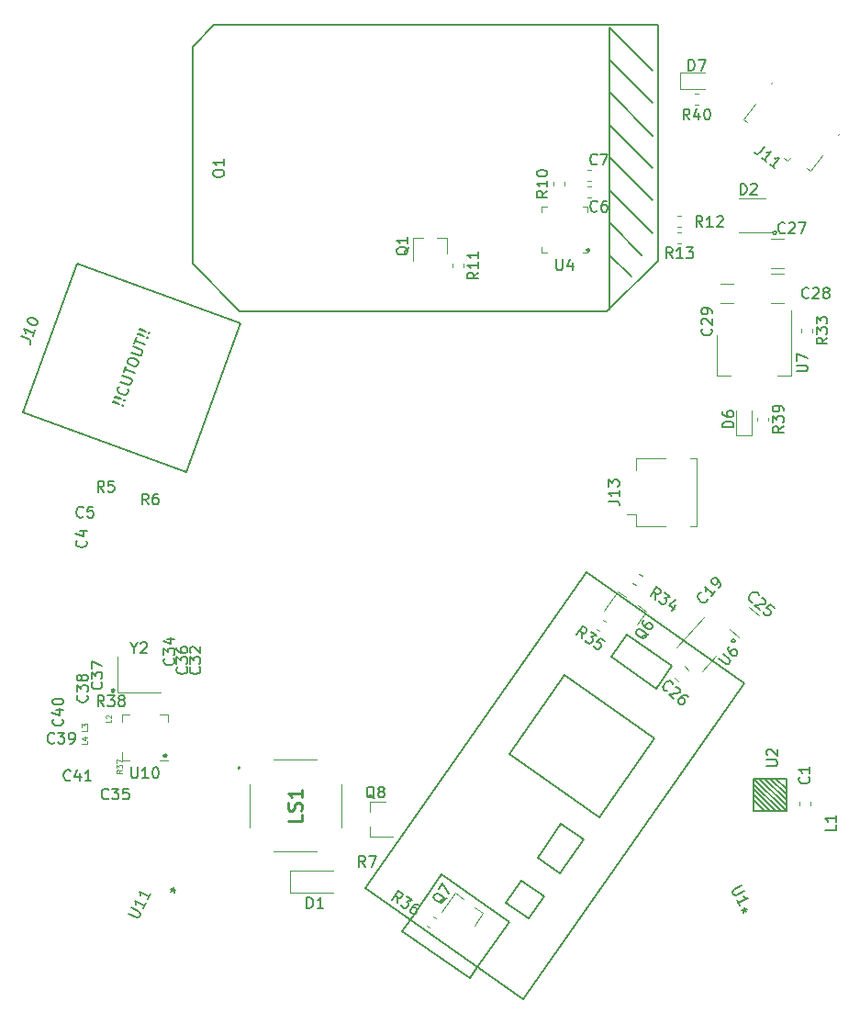
<source format=gto>
G04 #@! TF.GenerationSoftware,KiCad,Pcbnew,6.0.0-unknown-9810725~86~ubuntu18.04.1*
G04 #@! TF.CreationDate,2019-07-01T13:01:53-06:00*
G04 #@! TF.ProjectId,main_board_onion,6d61696e-5f62-46f6-9172-645f6f6e696f,rev?*
G04 #@! TF.SameCoordinates,Original*
G04 #@! TF.FileFunction,Legend,Top*
G04 #@! TF.FilePolarity,Positive*
%FSLAX46Y46*%
G04 Gerber Fmt 4.6, Leading zero omitted, Abs format (unit mm)*
G04 Created by KiCad (PCBNEW 6.0.0-unknown-9810725~86~ubuntu18.04.1) date 2019-07-01 13:01:53*
%MOMM*%
%LPD*%
G04 APERTURE LIST*
%ADD10C,0.150000*%
%ADD11C,0.120000*%
%ADD12C,0.100000*%
%ADD13C,0.200000*%
%ADD14C,0.254000*%
%ADD15C,0.125000*%
G04 APERTURE END LIST*
D10*
X163600000Y-68252380D02*
X163695238Y-68300000D01*
X163742857Y-68395238D01*
X163695238Y-68490476D01*
X163600000Y-68538095D01*
X163504761Y-68490476D01*
X163457142Y-68395238D01*
X163504761Y-68300000D01*
X163600000Y-68252380D01*
X180800000Y-66652380D02*
X180895238Y-66700000D01*
X180942857Y-66795238D01*
X180895238Y-66890476D01*
X180800000Y-66938095D01*
X180704761Y-66890476D01*
X180657142Y-66795238D01*
X180704761Y-66700000D01*
X180800000Y-66652380D01*
X177000000Y-104252380D02*
X177095238Y-104300000D01*
X177142857Y-104395238D01*
X177095238Y-104490476D01*
X177000000Y-104538095D01*
X176904761Y-104490476D01*
X176857142Y-104395238D01*
X176904761Y-104300000D01*
X177000000Y-104252380D01*
X119800000Y-108852380D02*
X119895238Y-108900000D01*
X119942857Y-108995238D01*
X119895238Y-109090476D01*
X119800000Y-109138095D01*
X119704761Y-109090476D01*
X119657142Y-108995238D01*
X119704761Y-108900000D01*
X119800000Y-108852380D01*
X124600000Y-114852380D02*
X124695238Y-114900000D01*
X124742857Y-114995238D01*
X124695238Y-115090476D01*
X124600000Y-115138095D01*
X124504761Y-115090476D01*
X124457142Y-114995238D01*
X124504761Y-114900000D01*
X124600000Y-114852380D01*
X153422780Y-134499850D02*
X152694338Y-135540173D01*
X152694338Y-135540173D02*
X146452400Y-131169520D01*
X146452400Y-131169520D02*
X147180842Y-130129197D01*
X161019082Y-125865384D02*
X163204408Y-122744414D01*
X163204408Y-122744414D02*
X161123762Y-121287530D01*
X161123762Y-121287530D02*
X158938436Y-124408500D01*
X158938436Y-124408500D02*
X161019082Y-125865384D01*
X156336549Y-130338557D02*
X150094610Y-125967905D01*
X150094610Y-125967905D02*
X147180842Y-130129197D01*
X156336549Y-130338557D02*
X153422780Y-134499850D01*
X158105314Y-130026676D02*
X159562198Y-127946030D01*
X159562198Y-127946030D02*
X157481552Y-126489146D01*
X157481552Y-126489146D02*
X156024668Y-128569792D01*
X156024668Y-128569792D02*
X158105314Y-130026676D01*
X167160659Y-103809239D02*
X171321951Y-106723007D01*
X171321951Y-106723007D02*
X169865067Y-108803653D01*
X169865067Y-108803653D02*
X165703775Y-105889885D01*
X165703775Y-105889885D02*
X167160659Y-103809239D01*
X169760387Y-113381507D02*
X161437802Y-107553970D01*
X156338708Y-114836232D02*
X164661292Y-120663768D01*
X161437802Y-107553970D02*
X156338708Y-114836232D01*
X169760387Y-113381507D02*
X164661292Y-120663768D01*
X143019549Y-127215429D02*
X163415927Y-98086382D01*
X163415927Y-98086382D02*
X177980451Y-108284571D01*
X177980451Y-108284571D02*
X157584073Y-137413618D01*
X157584073Y-137413618D02*
X143019549Y-127215429D01*
D11*
X143440000Y-119270000D02*
X143440000Y-120200000D01*
X143440000Y-122430000D02*
X143440000Y-121500000D01*
X143440000Y-122430000D02*
X145600000Y-122430000D01*
X143440000Y-119270000D02*
X144900000Y-119270000D01*
D12*
X138600000Y-115350000D02*
X134600000Y-115350000D01*
X132350000Y-117600000D02*
X132350000Y-121600000D01*
X140850000Y-117600000D02*
X140850000Y-121600000D01*
X138600000Y-123850000D02*
X134600000Y-123850000D01*
D13*
X131400000Y-116000000D02*
X131400000Y-116000000D01*
X131400000Y-116200000D02*
X131400000Y-116200000D01*
X131400000Y-116200000D02*
G75*
G02X131400000Y-116000000I0J100000D01*
G01*
X131400000Y-116000000D02*
G75*
G02X131400000Y-116200000I0J-100000D01*
G01*
D11*
X136150000Y-125600000D02*
X136150000Y-127600000D01*
X136150000Y-127600000D02*
X140050000Y-127600000D01*
X136150000Y-125600000D02*
X140050000Y-125600000D01*
X173585000Y-87603900D02*
X173035000Y-87603900D01*
X173585000Y-93823900D02*
X173585000Y-87603900D01*
X173035000Y-93823900D02*
X173585000Y-93823900D01*
X168015000Y-87603900D02*
X168015000Y-88653900D01*
X170715000Y-87603900D02*
X168015000Y-87603900D01*
X168015000Y-92773900D02*
X167225000Y-92773900D01*
X168015000Y-93823900D02*
X168015000Y-92773900D01*
X170715000Y-93823900D02*
X168015000Y-93823900D01*
D10*
X181900000Y-118100000D02*
X180900000Y-117100000D01*
X181900000Y-118600000D02*
X181900000Y-118100000D01*
X180400000Y-117100000D02*
X181900000Y-118600000D01*
X179900000Y-117100000D02*
X180400000Y-117100000D01*
X181900000Y-119100000D02*
X179900000Y-117100000D01*
X181900000Y-119600000D02*
X181900000Y-119100000D01*
X179400000Y-117100000D02*
X181900000Y-119600000D01*
X179900000Y-120100000D02*
X178900000Y-119100000D01*
X180400000Y-120100000D02*
X179900000Y-120100000D01*
X178900000Y-118600000D02*
X180400000Y-120100000D01*
X178900000Y-118100000D02*
X178900000Y-118600000D01*
X180900000Y-120100000D02*
X178900000Y-118100000D01*
X181400000Y-120100000D02*
X180900000Y-120100000D01*
X178900000Y-117600000D02*
X181400000Y-120100000D01*
X178900000Y-117100000D02*
X178900000Y-117600000D01*
X181900000Y-120100000D02*
X178900000Y-117100000D01*
X181900000Y-120100000D02*
X178900000Y-120100000D01*
X181900000Y-117100000D02*
X181900000Y-120100000D01*
X178900000Y-117100000D02*
X181900000Y-117100000D01*
X178900000Y-120100000D02*
X178900000Y-117100000D01*
D11*
X184110000Y-119224721D02*
X184110000Y-119550279D01*
X183090000Y-119224721D02*
X183090000Y-119550279D01*
X173775279Y-55010000D02*
X173449721Y-55010000D01*
X173775279Y-53990000D02*
X173449721Y-53990000D01*
X180260000Y-83824721D02*
X180260000Y-84150279D01*
X179240000Y-83824721D02*
X179240000Y-84150279D01*
X174400000Y-52065000D02*
X172115000Y-52065000D01*
X172115000Y-52065000D02*
X172115000Y-53535000D01*
X172115000Y-53535000D02*
X174400000Y-53535000D01*
X177265000Y-83187500D02*
X177265000Y-85472500D01*
X177265000Y-85472500D02*
X178735000Y-85472500D01*
X178735000Y-85472500D02*
X178735000Y-83187500D01*
X120200000Y-109200000D02*
X124200000Y-109200000D01*
X120200000Y-105900000D02*
X120200000Y-109200000D01*
X121315000Y-115410000D02*
X120590000Y-115410000D01*
X120590000Y-115410000D02*
X120590000Y-114685000D01*
X124085000Y-111190000D02*
X124810000Y-111190000D01*
X124810000Y-111190000D02*
X124810000Y-111915000D01*
X121315000Y-111190000D02*
X120590000Y-111190000D01*
X120590000Y-111190000D02*
X120590000Y-111915000D01*
X124085000Y-115410000D02*
X124810000Y-115410000D01*
X184116440Y-61092268D02*
X183759431Y-60818325D01*
X185242649Y-59624564D02*
X184116440Y-61092268D01*
X180606834Y-52853174D02*
X180454644Y-53051512D01*
X186794990Y-57601513D02*
X186642800Y-57799851D01*
X179054493Y-54876225D02*
X177928284Y-56343929D01*
X177928284Y-56343929D02*
X178285293Y-56617871D01*
X182036244Y-60189337D02*
X181679235Y-59915394D01*
X182036244Y-60189337D02*
X182310187Y-59832328D01*
D10*
X116442021Y-69591238D02*
X131571073Y-75097762D01*
X111448527Y-83310750D02*
X116442021Y-69591238D01*
X126577579Y-88817274D02*
X111448527Y-83310750D01*
X131571073Y-75097762D02*
X126577579Y-88817274D01*
D11*
X175490000Y-79972500D02*
X176750000Y-79972500D01*
X182310000Y-79972500D02*
X181050000Y-79972500D01*
X175490000Y-76212500D02*
X175490000Y-79972500D01*
X182310000Y-73962500D02*
X182310000Y-79972500D01*
X175429281Y-105772370D02*
X174157933Y-107184345D01*
X174307703Y-102205795D02*
X171765007Y-105029745D01*
X163085000Y-68610000D02*
X163560000Y-68610000D01*
X159340000Y-64390000D02*
X159340000Y-64865000D01*
X159815000Y-64390000D02*
X159340000Y-64390000D01*
X163560000Y-64390000D02*
X163560000Y-64865000D01*
X163085000Y-64390000D02*
X163560000Y-64390000D01*
X159340000Y-68610000D02*
X159340000Y-68135000D01*
X159815000Y-68610000D02*
X159340000Y-68610000D01*
X148729053Y-130672710D02*
X148995735Y-130859443D01*
X149314101Y-129837175D02*
X149580783Y-130023908D01*
X164959183Y-102488866D02*
X165225865Y-102675599D01*
X164374135Y-103324401D02*
X164640817Y-103511134D01*
X167729053Y-99072710D02*
X167995735Y-99259443D01*
X168314101Y-98237175D02*
X168580783Y-98423908D01*
X184310000Y-75649721D02*
X184310000Y-75975279D01*
X183290000Y-75649721D02*
X183290000Y-75975279D01*
X153930178Y-129483695D02*
X153092757Y-130679657D01*
X151341658Y-127671194D02*
X150102733Y-129440562D01*
X151341658Y-127671194D02*
X152103469Y-128204620D01*
X153930178Y-129483695D02*
X153168367Y-128950269D01*
X168930178Y-101683695D02*
X168092757Y-102879657D01*
X166341658Y-99871194D02*
X165102733Y-101640562D01*
X166341658Y-99871194D02*
X167103469Y-100404620D01*
X168930178Y-101683695D02*
X168168367Y-101150269D01*
X150580000Y-67240000D02*
X150580000Y-68700000D01*
X147420000Y-67240000D02*
X147420000Y-69400000D01*
X147420000Y-67240000D02*
X148350000Y-67240000D01*
X150580000Y-67240000D02*
X149650000Y-67240000D01*
X179950000Y-63650000D02*
X177550000Y-63650000D01*
X177550000Y-66750000D02*
X180500000Y-66750000D01*
X177002064Y-73310000D02*
X175797936Y-73310000D01*
X177002064Y-71490000D02*
X175797936Y-71490000D01*
X180447936Y-70590000D02*
X181652064Y-70590000D01*
X180447936Y-73310000D02*
X181652064Y-73310000D01*
X180447936Y-67340000D02*
X181652064Y-67340000D01*
X180447936Y-70060000D02*
X181652064Y-70060000D01*
X171934953Y-108156613D02*
X171550631Y-107810568D01*
X172885119Y-107101348D02*
X172500797Y-106755303D01*
X176629463Y-103300548D02*
X177524304Y-104106266D01*
X178449498Y-101279194D02*
X179344339Y-102084912D01*
X163574721Y-62490000D02*
X163900279Y-62490000D01*
X163574721Y-63510000D02*
X163900279Y-63510000D01*
X163574721Y-62010000D02*
X163900279Y-62010000D01*
X163574721Y-60990000D02*
X163900279Y-60990000D01*
D10*
X165574000Y-68833000D02*
X167574000Y-70833000D01*
X165574000Y-65833000D02*
X168574000Y-68833000D01*
X165574000Y-66833000D02*
X165574000Y-65833000D01*
X165574000Y-62833000D02*
X169574000Y-66833000D01*
X165574000Y-59833000D02*
X169574000Y-63833000D01*
X165574000Y-56833000D02*
X169574000Y-60833000D01*
X165574000Y-53833000D02*
X169574000Y-57833000D01*
X165574000Y-50833000D02*
X169574000Y-54833000D01*
X165574000Y-47833000D02*
X169574000Y-51833000D01*
X165574000Y-73833000D02*
X165574000Y-47833000D01*
X129104000Y-47633000D02*
X170024000Y-47633000D01*
X127124000Y-49613000D02*
X129104000Y-47633000D01*
X127124000Y-69613000D02*
X127124000Y-49613000D01*
X131424000Y-74033000D02*
X127124000Y-69613000D01*
X165354000Y-74033000D02*
X131424000Y-74033000D01*
X170024000Y-69363000D02*
X165354000Y-74033000D01*
X170024000Y-47633000D02*
X170024000Y-69363000D01*
D11*
X160440000Y-62124721D02*
X160440000Y-62450279D01*
X161460000Y-62124721D02*
X161460000Y-62450279D01*
X151090000Y-69649721D02*
X151090000Y-69975279D01*
X152110000Y-69649721D02*
X152110000Y-69975279D01*
X172162779Y-66260000D02*
X171837221Y-66260000D01*
X172162779Y-65240000D02*
X171837221Y-65240000D01*
X172200279Y-67760000D02*
X171874721Y-67760000D01*
X172200279Y-66740000D02*
X171874721Y-66740000D01*
D10*
X143033333Y-125252380D02*
X142700000Y-124776190D01*
X142461904Y-125252380D02*
X142461904Y-124252380D01*
X142842857Y-124252380D01*
X142938095Y-124300000D01*
X142985714Y-124347619D01*
X143033333Y-124442857D01*
X143033333Y-124585714D01*
X142985714Y-124680952D01*
X142938095Y-124728571D01*
X142842857Y-124776190D01*
X142461904Y-124776190D01*
X143366666Y-124252380D02*
X144033333Y-124252380D01*
X143604761Y-125252380D01*
X125357142Y-106042857D02*
X125404761Y-106090476D01*
X125452380Y-106233333D01*
X125452380Y-106328571D01*
X125404761Y-106471428D01*
X125309523Y-106566666D01*
X125214285Y-106614285D01*
X125023809Y-106661904D01*
X124880952Y-106661904D01*
X124690476Y-106614285D01*
X124595238Y-106566666D01*
X124500000Y-106471428D01*
X124452380Y-106328571D01*
X124452380Y-106233333D01*
X124500000Y-106090476D01*
X124547619Y-106042857D01*
X124452380Y-105709523D02*
X124452380Y-105090476D01*
X124833333Y-105423809D01*
X124833333Y-105280952D01*
X124880952Y-105185714D01*
X124928571Y-105138095D01*
X125023809Y-105090476D01*
X125261904Y-105090476D01*
X125357142Y-105138095D01*
X125404761Y-105185714D01*
X125452380Y-105280952D01*
X125452380Y-105566666D01*
X125404761Y-105661904D01*
X125357142Y-105709523D01*
X124785714Y-104233333D02*
X125452380Y-104233333D01*
X124404761Y-104471428D02*
X125119047Y-104709523D01*
X125119047Y-104090476D01*
X127757142Y-106842857D02*
X127804761Y-106890476D01*
X127852380Y-107033333D01*
X127852380Y-107128571D01*
X127804761Y-107271428D01*
X127709523Y-107366666D01*
X127614285Y-107414285D01*
X127423809Y-107461904D01*
X127280952Y-107461904D01*
X127090476Y-107414285D01*
X126995238Y-107366666D01*
X126900000Y-107271428D01*
X126852380Y-107128571D01*
X126852380Y-107033333D01*
X126900000Y-106890476D01*
X126947619Y-106842857D01*
X126852380Y-106509523D02*
X126852380Y-105890476D01*
X127233333Y-106223809D01*
X127233333Y-106080952D01*
X127280952Y-105985714D01*
X127328571Y-105938095D01*
X127423809Y-105890476D01*
X127661904Y-105890476D01*
X127757142Y-105938095D01*
X127804761Y-105985714D01*
X127852380Y-106080952D01*
X127852380Y-106366666D01*
X127804761Y-106461904D01*
X127757142Y-106509523D01*
X126947619Y-105509523D02*
X126900000Y-105461904D01*
X126852380Y-105366666D01*
X126852380Y-105128571D01*
X126900000Y-105033333D01*
X126947619Y-104985714D01*
X127042857Y-104938095D01*
X127138095Y-104938095D01*
X127280952Y-104985714D01*
X127852380Y-105557142D01*
X127852380Y-104938095D01*
X115857142Y-117227142D02*
X115809523Y-117274761D01*
X115666666Y-117322380D01*
X115571428Y-117322380D01*
X115428571Y-117274761D01*
X115333333Y-117179523D01*
X115285714Y-117084285D01*
X115238095Y-116893809D01*
X115238095Y-116750952D01*
X115285714Y-116560476D01*
X115333333Y-116465238D01*
X115428571Y-116370000D01*
X115571428Y-116322380D01*
X115666666Y-116322380D01*
X115809523Y-116370000D01*
X115857142Y-116417619D01*
X116714285Y-116655714D02*
X116714285Y-117322380D01*
X116476190Y-116274761D02*
X116238095Y-116989047D01*
X116857142Y-116989047D01*
X117761904Y-117322380D02*
X117190476Y-117322380D01*
X117476190Y-117322380D02*
X117476190Y-116322380D01*
X117380952Y-116465238D01*
X117285714Y-116560476D01*
X117190476Y-116608095D01*
X115087142Y-111642857D02*
X115134761Y-111690476D01*
X115182380Y-111833333D01*
X115182380Y-111928571D01*
X115134761Y-112071428D01*
X115039523Y-112166666D01*
X114944285Y-112214285D01*
X114753809Y-112261904D01*
X114610952Y-112261904D01*
X114420476Y-112214285D01*
X114325238Y-112166666D01*
X114230000Y-112071428D01*
X114182380Y-111928571D01*
X114182380Y-111833333D01*
X114230000Y-111690476D01*
X114277619Y-111642857D01*
X114515714Y-110785714D02*
X115182380Y-110785714D01*
X114134761Y-111023809D02*
X114849047Y-111261904D01*
X114849047Y-110642857D01*
X114182380Y-110071428D02*
X114182380Y-109976190D01*
X114230000Y-109880952D01*
X114277619Y-109833333D01*
X114372857Y-109785714D01*
X114563333Y-109738095D01*
X114801428Y-109738095D01*
X114991904Y-109785714D01*
X115087142Y-109833333D01*
X115134761Y-109880952D01*
X115182380Y-109976190D01*
X115182380Y-110071428D01*
X115134761Y-110166666D01*
X115087142Y-110214285D01*
X114991904Y-110261904D01*
X114801428Y-110309523D01*
X114563333Y-110309523D01*
X114372857Y-110261904D01*
X114277619Y-110214285D01*
X114230000Y-110166666D01*
X114182380Y-110071428D01*
X114357142Y-113787142D02*
X114309523Y-113834761D01*
X114166666Y-113882380D01*
X114071428Y-113882380D01*
X113928571Y-113834761D01*
X113833333Y-113739523D01*
X113785714Y-113644285D01*
X113738095Y-113453809D01*
X113738095Y-113310952D01*
X113785714Y-113120476D01*
X113833333Y-113025238D01*
X113928571Y-112930000D01*
X114071428Y-112882380D01*
X114166666Y-112882380D01*
X114309523Y-112930000D01*
X114357142Y-112977619D01*
X114690476Y-112882380D02*
X115309523Y-112882380D01*
X114976190Y-113263333D01*
X115119047Y-113263333D01*
X115214285Y-113310952D01*
X115261904Y-113358571D01*
X115309523Y-113453809D01*
X115309523Y-113691904D01*
X115261904Y-113787142D01*
X115214285Y-113834761D01*
X115119047Y-113882380D01*
X114833333Y-113882380D01*
X114738095Y-113834761D01*
X114690476Y-113787142D01*
X115785714Y-113882380D02*
X115976190Y-113882380D01*
X116071428Y-113834761D01*
X116119047Y-113787142D01*
X116214285Y-113644285D01*
X116261904Y-113453809D01*
X116261904Y-113072857D01*
X116214285Y-112977619D01*
X116166666Y-112930000D01*
X116071428Y-112882380D01*
X115880952Y-112882380D01*
X115785714Y-112930000D01*
X115738095Y-112977619D01*
X115690476Y-113072857D01*
X115690476Y-113310952D01*
X115738095Y-113406190D01*
X115785714Y-113453809D01*
X115880952Y-113501428D01*
X116071428Y-113501428D01*
X116166666Y-113453809D01*
X116214285Y-113406190D01*
X116261904Y-113310952D01*
X117357142Y-109442857D02*
X117404761Y-109490476D01*
X117452380Y-109633333D01*
X117452380Y-109728571D01*
X117404761Y-109871428D01*
X117309523Y-109966666D01*
X117214285Y-110014285D01*
X117023809Y-110061904D01*
X116880952Y-110061904D01*
X116690476Y-110014285D01*
X116595238Y-109966666D01*
X116500000Y-109871428D01*
X116452380Y-109728571D01*
X116452380Y-109633333D01*
X116500000Y-109490476D01*
X116547619Y-109442857D01*
X116452380Y-109109523D02*
X116452380Y-108490476D01*
X116833333Y-108823809D01*
X116833333Y-108680952D01*
X116880952Y-108585714D01*
X116928571Y-108538095D01*
X117023809Y-108490476D01*
X117261904Y-108490476D01*
X117357142Y-108538095D01*
X117404761Y-108585714D01*
X117452380Y-108680952D01*
X117452380Y-108966666D01*
X117404761Y-109061904D01*
X117357142Y-109109523D01*
X116880952Y-107919047D02*
X116833333Y-108014285D01*
X116785714Y-108061904D01*
X116690476Y-108109523D01*
X116642857Y-108109523D01*
X116547619Y-108061904D01*
X116500000Y-108014285D01*
X116452380Y-107919047D01*
X116452380Y-107728571D01*
X116500000Y-107633333D01*
X116547619Y-107585714D01*
X116642857Y-107538095D01*
X116690476Y-107538095D01*
X116785714Y-107585714D01*
X116833333Y-107633333D01*
X116880952Y-107728571D01*
X116880952Y-107919047D01*
X116928571Y-108014285D01*
X116976190Y-108061904D01*
X117071428Y-108109523D01*
X117261904Y-108109523D01*
X117357142Y-108061904D01*
X117404761Y-108014285D01*
X117452380Y-107919047D01*
X117452380Y-107728571D01*
X117404761Y-107633333D01*
X117357142Y-107585714D01*
X117261904Y-107538095D01*
X117071428Y-107538095D01*
X116976190Y-107585714D01*
X116928571Y-107633333D01*
X116880952Y-107728571D01*
X118687142Y-108227857D02*
X118734761Y-108275476D01*
X118782380Y-108418333D01*
X118782380Y-108513571D01*
X118734761Y-108656428D01*
X118639523Y-108751666D01*
X118544285Y-108799285D01*
X118353809Y-108846904D01*
X118210952Y-108846904D01*
X118020476Y-108799285D01*
X117925238Y-108751666D01*
X117830000Y-108656428D01*
X117782380Y-108513571D01*
X117782380Y-108418333D01*
X117830000Y-108275476D01*
X117877619Y-108227857D01*
X117782380Y-107894523D02*
X117782380Y-107275476D01*
X118163333Y-107608809D01*
X118163333Y-107465952D01*
X118210952Y-107370714D01*
X118258571Y-107323095D01*
X118353809Y-107275476D01*
X118591904Y-107275476D01*
X118687142Y-107323095D01*
X118734761Y-107370714D01*
X118782380Y-107465952D01*
X118782380Y-107751666D01*
X118734761Y-107846904D01*
X118687142Y-107894523D01*
X117782380Y-106942142D02*
X117782380Y-106275476D01*
X118782380Y-106704047D01*
X126557142Y-106842857D02*
X126604761Y-106890476D01*
X126652380Y-107033333D01*
X126652380Y-107128571D01*
X126604761Y-107271428D01*
X126509523Y-107366666D01*
X126414285Y-107414285D01*
X126223809Y-107461904D01*
X126080952Y-107461904D01*
X125890476Y-107414285D01*
X125795238Y-107366666D01*
X125700000Y-107271428D01*
X125652380Y-107128571D01*
X125652380Y-107033333D01*
X125700000Y-106890476D01*
X125747619Y-106842857D01*
X125652380Y-106509523D02*
X125652380Y-105890476D01*
X126033333Y-106223809D01*
X126033333Y-106080952D01*
X126080952Y-105985714D01*
X126128571Y-105938095D01*
X126223809Y-105890476D01*
X126461904Y-105890476D01*
X126557142Y-105938095D01*
X126604761Y-105985714D01*
X126652380Y-106080952D01*
X126652380Y-106366666D01*
X126604761Y-106461904D01*
X126557142Y-106509523D01*
X125652380Y-105033333D02*
X125652380Y-105223809D01*
X125700000Y-105319047D01*
X125747619Y-105366666D01*
X125890476Y-105461904D01*
X126080952Y-105509523D01*
X126461904Y-105509523D01*
X126557142Y-105461904D01*
X126604761Y-105414285D01*
X126652380Y-105319047D01*
X126652380Y-105128571D01*
X126604761Y-105033333D01*
X126557142Y-104985714D01*
X126461904Y-104938095D01*
X126223809Y-104938095D01*
X126128571Y-104985714D01*
X126080952Y-105033333D01*
X126033333Y-105128571D01*
X126033333Y-105319047D01*
X126080952Y-105414285D01*
X126128571Y-105461904D01*
X126223809Y-105509523D01*
X119357142Y-118927142D02*
X119309523Y-118974761D01*
X119166666Y-119022380D01*
X119071428Y-119022380D01*
X118928571Y-118974761D01*
X118833333Y-118879523D01*
X118785714Y-118784285D01*
X118738095Y-118593809D01*
X118738095Y-118450952D01*
X118785714Y-118260476D01*
X118833333Y-118165238D01*
X118928571Y-118070000D01*
X119071428Y-118022380D01*
X119166666Y-118022380D01*
X119309523Y-118070000D01*
X119357142Y-118117619D01*
X119690476Y-118022380D02*
X120309523Y-118022380D01*
X119976190Y-118403333D01*
X120119047Y-118403333D01*
X120214285Y-118450952D01*
X120261904Y-118498571D01*
X120309523Y-118593809D01*
X120309523Y-118831904D01*
X120261904Y-118927142D01*
X120214285Y-118974761D01*
X120119047Y-119022380D01*
X119833333Y-119022380D01*
X119738095Y-118974761D01*
X119690476Y-118927142D01*
X121214285Y-118022380D02*
X120738095Y-118022380D01*
X120690476Y-118498571D01*
X120738095Y-118450952D01*
X120833333Y-118403333D01*
X121071428Y-118403333D01*
X121166666Y-118450952D01*
X121214285Y-118498571D01*
X121261904Y-118593809D01*
X121261904Y-118831904D01*
X121214285Y-118927142D01*
X121166666Y-118974761D01*
X121071428Y-119022380D01*
X120833333Y-119022380D01*
X120738095Y-118974761D01*
X120690476Y-118927142D01*
X174635253Y-100516711D02*
X174638777Y-100583962D01*
X174578575Y-100721989D01*
X174514849Y-100792764D01*
X174383871Y-100867065D01*
X174249368Y-100874114D01*
X174146729Y-100845775D01*
X173973314Y-100753709D01*
X173867151Y-100658119D01*
X173757463Y-100495278D01*
X173718550Y-100396163D01*
X173711501Y-100261661D01*
X173771704Y-100123634D01*
X173835430Y-100052858D01*
X173966408Y-99978558D01*
X174033660Y-99975034D01*
X175343296Y-99872680D02*
X174960936Y-100297335D01*
X175152116Y-100085008D02*
X174408971Y-99415877D01*
X174451408Y-99582243D01*
X174458457Y-99716745D01*
X174430118Y-99819384D01*
X175661930Y-99518802D02*
X175789383Y-99377251D01*
X175817722Y-99274611D01*
X175814197Y-99207360D01*
X175771761Y-99040994D01*
X175662073Y-98878153D01*
X175378970Y-98623246D01*
X175276331Y-98594907D01*
X175209079Y-98598432D01*
X175109965Y-98637344D01*
X174982511Y-98778896D01*
X174954173Y-98881535D01*
X174957697Y-98948786D01*
X174996609Y-99047900D01*
X175173549Y-99207217D01*
X175276188Y-99235556D01*
X175343439Y-99232032D01*
X175442553Y-99193119D01*
X175570007Y-99051568D01*
X175598346Y-98948929D01*
X175594821Y-98881678D01*
X175555909Y-98782563D01*
X143904761Y-118947619D02*
X143809523Y-118900000D01*
X143714285Y-118804761D01*
X143571428Y-118661904D01*
X143476190Y-118614285D01*
X143380952Y-118614285D01*
X143428571Y-118852380D02*
X143333333Y-118804761D01*
X143238095Y-118709523D01*
X143190476Y-118519047D01*
X143190476Y-118185714D01*
X143238095Y-117995238D01*
X143333333Y-117900000D01*
X143428571Y-117852380D01*
X143619047Y-117852380D01*
X143714285Y-117900000D01*
X143809523Y-117995238D01*
X143857142Y-118185714D01*
X143857142Y-118519047D01*
X143809523Y-118709523D01*
X143714285Y-118804761D01*
X143619047Y-118852380D01*
X143428571Y-118852380D01*
X144428571Y-118280952D02*
X144333333Y-118233333D01*
X144285714Y-118185714D01*
X144238095Y-118090476D01*
X144238095Y-118042857D01*
X144285714Y-117947619D01*
X144333333Y-117900000D01*
X144428571Y-117852380D01*
X144619047Y-117852380D01*
X144714285Y-117900000D01*
X144761904Y-117947619D01*
X144809523Y-118042857D01*
X144809523Y-118090476D01*
X144761904Y-118185714D01*
X144714285Y-118233333D01*
X144619047Y-118280952D01*
X144428571Y-118280952D01*
X144333333Y-118328571D01*
X144285714Y-118376190D01*
X144238095Y-118471428D01*
X144238095Y-118661904D01*
X144285714Y-118757142D01*
X144333333Y-118804761D01*
X144428571Y-118852380D01*
X144619047Y-118852380D01*
X144714285Y-118804761D01*
X144761904Y-118757142D01*
X144809523Y-118661904D01*
X144809523Y-118471428D01*
X144761904Y-118376190D01*
X144714285Y-118328571D01*
X144619047Y-118280952D01*
D14*
X137174523Y-120416428D02*
X137174523Y-121021190D01*
X135904523Y-121021190D01*
X137114047Y-120053571D02*
X137174523Y-119872142D01*
X137174523Y-119569761D01*
X137114047Y-119448809D01*
X137053571Y-119388333D01*
X136932619Y-119327857D01*
X136811666Y-119327857D01*
X136690714Y-119388333D01*
X136630238Y-119448809D01*
X136569761Y-119569761D01*
X136509285Y-119811666D01*
X136448809Y-119932619D01*
X136388333Y-119993095D01*
X136267380Y-120053571D01*
X136146428Y-120053571D01*
X136025476Y-119993095D01*
X135965000Y-119932619D01*
X135904523Y-119811666D01*
X135904523Y-119509285D01*
X135965000Y-119327857D01*
X137174523Y-118118333D02*
X137174523Y-118844047D01*
X137174523Y-118481190D02*
X135904523Y-118481190D01*
X136085952Y-118602142D01*
X136206904Y-118723095D01*
X136267380Y-118844047D01*
D10*
X137661904Y-129052380D02*
X137661904Y-128052380D01*
X137900000Y-128052380D01*
X138042857Y-128100000D01*
X138138095Y-128195238D01*
X138185714Y-128290476D01*
X138233333Y-128480952D01*
X138233333Y-128623809D01*
X138185714Y-128814285D01*
X138138095Y-128909523D01*
X138042857Y-129004761D01*
X137900000Y-129052380D01*
X137661904Y-129052380D01*
X139185714Y-129052380D02*
X138614285Y-129052380D01*
X138900000Y-129052380D02*
X138900000Y-128052380D01*
X138804761Y-128195238D01*
X138709523Y-128290476D01*
X138614285Y-128338095D01*
X165472380Y-91523423D02*
X166186666Y-91523423D01*
X166329523Y-91571042D01*
X166424761Y-91666280D01*
X166472380Y-91809138D01*
X166472380Y-91904376D01*
X166472380Y-90523423D02*
X166472380Y-91094852D01*
X166472380Y-90809138D02*
X165472380Y-90809138D01*
X165615238Y-90904376D01*
X165710476Y-90999614D01*
X165758095Y-91094852D01*
X165472380Y-90190090D02*
X165472380Y-89571042D01*
X165853333Y-89904376D01*
X165853333Y-89761519D01*
X165900952Y-89666280D01*
X165948571Y-89618661D01*
X166043809Y-89571042D01*
X166281904Y-89571042D01*
X166377142Y-89618661D01*
X166424761Y-89666280D01*
X166472380Y-89761519D01*
X166472380Y-90047233D01*
X166424761Y-90142471D01*
X166377142Y-90190090D01*
X123033333Y-91852380D02*
X122700000Y-91376190D01*
X122461904Y-91852380D02*
X122461904Y-90852380D01*
X122842857Y-90852380D01*
X122938095Y-90900000D01*
X122985714Y-90947619D01*
X123033333Y-91042857D01*
X123033333Y-91185714D01*
X122985714Y-91280952D01*
X122938095Y-91328571D01*
X122842857Y-91376190D01*
X122461904Y-91376190D01*
X123890476Y-90852380D02*
X123700000Y-90852380D01*
X123604761Y-90900000D01*
X123557142Y-90947619D01*
X123461904Y-91090476D01*
X123414285Y-91280952D01*
X123414285Y-91661904D01*
X123461904Y-91757142D01*
X123509523Y-91804761D01*
X123604761Y-91852380D01*
X123795238Y-91852380D01*
X123890476Y-91804761D01*
X123938095Y-91757142D01*
X123985714Y-91661904D01*
X123985714Y-91423809D01*
X123938095Y-91328571D01*
X123890476Y-91280952D01*
X123795238Y-91233333D01*
X123604761Y-91233333D01*
X123509523Y-91280952D01*
X123461904Y-91328571D01*
X123414285Y-91423809D01*
X118948333Y-90682380D02*
X118615000Y-90206190D01*
X118376904Y-90682380D02*
X118376904Y-89682380D01*
X118757857Y-89682380D01*
X118853095Y-89730000D01*
X118900714Y-89777619D01*
X118948333Y-89872857D01*
X118948333Y-90015714D01*
X118900714Y-90110952D01*
X118853095Y-90158571D01*
X118757857Y-90206190D01*
X118376904Y-90206190D01*
X119853095Y-89682380D02*
X119376904Y-89682380D01*
X119329285Y-90158571D01*
X119376904Y-90110952D01*
X119472142Y-90063333D01*
X119710238Y-90063333D01*
X119805476Y-90110952D01*
X119853095Y-90158571D01*
X119900714Y-90253809D01*
X119900714Y-90491904D01*
X119853095Y-90587142D01*
X119805476Y-90634761D01*
X119710238Y-90682380D01*
X119472142Y-90682380D01*
X119376904Y-90634761D01*
X119329285Y-90587142D01*
X117033333Y-92957142D02*
X116985714Y-93004761D01*
X116842857Y-93052380D01*
X116747619Y-93052380D01*
X116604761Y-93004761D01*
X116509523Y-92909523D01*
X116461904Y-92814285D01*
X116414285Y-92623809D01*
X116414285Y-92480952D01*
X116461904Y-92290476D01*
X116509523Y-92195238D01*
X116604761Y-92100000D01*
X116747619Y-92052380D01*
X116842857Y-92052380D01*
X116985714Y-92100000D01*
X117033333Y-92147619D01*
X117938095Y-92052380D02*
X117461904Y-92052380D01*
X117414285Y-92528571D01*
X117461904Y-92480952D01*
X117557142Y-92433333D01*
X117795238Y-92433333D01*
X117890476Y-92480952D01*
X117938095Y-92528571D01*
X117985714Y-92623809D01*
X117985714Y-92861904D01*
X117938095Y-92957142D01*
X117890476Y-93004761D01*
X117795238Y-93052380D01*
X117557142Y-93052380D01*
X117461904Y-93004761D01*
X117414285Y-92957142D01*
X117277142Y-95166666D02*
X117324761Y-95214285D01*
X117372380Y-95357142D01*
X117372380Y-95452380D01*
X117324761Y-95595238D01*
X117229523Y-95690476D01*
X117134285Y-95738095D01*
X116943809Y-95785714D01*
X116800952Y-95785714D01*
X116610476Y-95738095D01*
X116515238Y-95690476D01*
X116420000Y-95595238D01*
X116372380Y-95452380D01*
X116372380Y-95357142D01*
X116420000Y-95214285D01*
X116467619Y-95166666D01*
X116705714Y-94309523D02*
X117372380Y-94309523D01*
X116324761Y-94547619D02*
X117039047Y-94785714D01*
X117039047Y-94166666D01*
X180052380Y-115961904D02*
X180861904Y-115961904D01*
X180957142Y-115914285D01*
X181004761Y-115866666D01*
X181052380Y-115771428D01*
X181052380Y-115580952D01*
X181004761Y-115485714D01*
X180957142Y-115438095D01*
X180861904Y-115390476D01*
X180052380Y-115390476D01*
X180147619Y-114961904D02*
X180100000Y-114914285D01*
X180052380Y-114819047D01*
X180052380Y-114580952D01*
X180100000Y-114485714D01*
X180147619Y-114438095D01*
X180242857Y-114390476D01*
X180338095Y-114390476D01*
X180480952Y-114438095D01*
X181052380Y-115009523D01*
X181052380Y-114390476D01*
X183957142Y-116966666D02*
X184004761Y-117014285D01*
X184052380Y-117157142D01*
X184052380Y-117252380D01*
X184004761Y-117395238D01*
X183909523Y-117490476D01*
X183814285Y-117538095D01*
X183623809Y-117585714D01*
X183480952Y-117585714D01*
X183290476Y-117538095D01*
X183195238Y-117490476D01*
X183100000Y-117395238D01*
X183052380Y-117252380D01*
X183052380Y-117157142D01*
X183100000Y-117014285D01*
X183147619Y-116966666D01*
X184052380Y-116014285D02*
X184052380Y-116585714D01*
X184052380Y-116300000D02*
X183052380Y-116300000D01*
X183195238Y-116395238D01*
X183290476Y-116490476D01*
X183338095Y-116585714D01*
X172969642Y-56382380D02*
X172636309Y-55906190D01*
X172398214Y-56382380D02*
X172398214Y-55382380D01*
X172779166Y-55382380D01*
X172874404Y-55430000D01*
X172922023Y-55477619D01*
X172969642Y-55572857D01*
X172969642Y-55715714D01*
X172922023Y-55810952D01*
X172874404Y-55858571D01*
X172779166Y-55906190D01*
X172398214Y-55906190D01*
X173826785Y-55715714D02*
X173826785Y-56382380D01*
X173588690Y-55334761D02*
X173350595Y-56049047D01*
X173969642Y-56049047D01*
X174541071Y-55382380D02*
X174636309Y-55382380D01*
X174731547Y-55430000D01*
X174779166Y-55477619D01*
X174826785Y-55572857D01*
X174874404Y-55763333D01*
X174874404Y-56001428D01*
X174826785Y-56191904D01*
X174779166Y-56287142D01*
X174731547Y-56334761D01*
X174636309Y-56382380D01*
X174541071Y-56382380D01*
X174445833Y-56334761D01*
X174398214Y-56287142D01*
X174350595Y-56191904D01*
X174302976Y-56001428D01*
X174302976Y-55763333D01*
X174350595Y-55572857D01*
X174398214Y-55477619D01*
X174445833Y-55430000D01*
X174541071Y-55382380D01*
X181632380Y-84630357D02*
X181156190Y-84963690D01*
X181632380Y-85201785D02*
X180632380Y-85201785D01*
X180632380Y-84820833D01*
X180680000Y-84725595D01*
X180727619Y-84677976D01*
X180822857Y-84630357D01*
X180965714Y-84630357D01*
X181060952Y-84677976D01*
X181108571Y-84725595D01*
X181156190Y-84820833D01*
X181156190Y-85201785D01*
X180632380Y-84297023D02*
X180632380Y-83677976D01*
X181013333Y-84011309D01*
X181013333Y-83868452D01*
X181060952Y-83773214D01*
X181108571Y-83725595D01*
X181203809Y-83677976D01*
X181441904Y-83677976D01*
X181537142Y-83725595D01*
X181584761Y-83773214D01*
X181632380Y-83868452D01*
X181632380Y-84154166D01*
X181584761Y-84249404D01*
X181537142Y-84297023D01*
X181632380Y-83201785D02*
X181632380Y-83011309D01*
X181584761Y-82916071D01*
X181537142Y-82868452D01*
X181394285Y-82773214D01*
X181203809Y-82725595D01*
X180822857Y-82725595D01*
X180727619Y-82773214D01*
X180680000Y-82820833D01*
X180632380Y-82916071D01*
X180632380Y-83106547D01*
X180680000Y-83201785D01*
X180727619Y-83249404D01*
X180822857Y-83297023D01*
X181060952Y-83297023D01*
X181156190Y-83249404D01*
X181203809Y-83201785D01*
X181251428Y-83106547D01*
X181251428Y-82916071D01*
X181203809Y-82820833D01*
X181156190Y-82773214D01*
X181060952Y-82725595D01*
X118957142Y-110452380D02*
X118623809Y-109976190D01*
X118385714Y-110452380D02*
X118385714Y-109452380D01*
X118766666Y-109452380D01*
X118861904Y-109500000D01*
X118909523Y-109547619D01*
X118957142Y-109642857D01*
X118957142Y-109785714D01*
X118909523Y-109880952D01*
X118861904Y-109928571D01*
X118766666Y-109976190D01*
X118385714Y-109976190D01*
X119290476Y-109452380D02*
X119909523Y-109452380D01*
X119576190Y-109833333D01*
X119719047Y-109833333D01*
X119814285Y-109880952D01*
X119861904Y-109928571D01*
X119909523Y-110023809D01*
X119909523Y-110261904D01*
X119861904Y-110357142D01*
X119814285Y-110404761D01*
X119719047Y-110452380D01*
X119433333Y-110452380D01*
X119338095Y-110404761D01*
X119290476Y-110357142D01*
X120480952Y-109880952D02*
X120385714Y-109833333D01*
X120338095Y-109785714D01*
X120290476Y-109690476D01*
X120290476Y-109642857D01*
X120338095Y-109547619D01*
X120385714Y-109500000D01*
X120480952Y-109452380D01*
X120671428Y-109452380D01*
X120766666Y-109500000D01*
X120814285Y-109547619D01*
X120861904Y-109642857D01*
X120861904Y-109690476D01*
X120814285Y-109785714D01*
X120766666Y-109833333D01*
X120671428Y-109880952D01*
X120480952Y-109880952D01*
X120385714Y-109928571D01*
X120338095Y-109976190D01*
X120290476Y-110071428D01*
X120290476Y-110261904D01*
X120338095Y-110357142D01*
X120385714Y-110404761D01*
X120480952Y-110452380D01*
X120671428Y-110452380D01*
X120766666Y-110404761D01*
X120814285Y-110357142D01*
X120861904Y-110261904D01*
X120861904Y-110071428D01*
X120814285Y-109976190D01*
X120766666Y-109928571D01*
X120671428Y-109880952D01*
D15*
X120626190Y-116321428D02*
X120388095Y-116488095D01*
X120626190Y-116607142D02*
X120126190Y-116607142D01*
X120126190Y-116416666D01*
X120150000Y-116369047D01*
X120173809Y-116345238D01*
X120221428Y-116321428D01*
X120292857Y-116321428D01*
X120340476Y-116345238D01*
X120364285Y-116369047D01*
X120388095Y-116416666D01*
X120388095Y-116607142D01*
X120126190Y-116154761D02*
X120126190Y-115845238D01*
X120316666Y-116011904D01*
X120316666Y-115940476D01*
X120340476Y-115892857D01*
X120364285Y-115869047D01*
X120411904Y-115845238D01*
X120530952Y-115845238D01*
X120578571Y-115869047D01*
X120602380Y-115892857D01*
X120626190Y-115940476D01*
X120626190Y-116083333D01*
X120602380Y-116130952D01*
X120578571Y-116154761D01*
X120126190Y-115678571D02*
X120126190Y-115345238D01*
X120626190Y-115559523D01*
X117426190Y-113683333D02*
X117426190Y-113921428D01*
X116926190Y-113921428D01*
X117092857Y-113302380D02*
X117426190Y-113302380D01*
X116902380Y-113421428D02*
X117259523Y-113540476D01*
X117259523Y-113230952D01*
X117426190Y-112483333D02*
X117426190Y-112721428D01*
X116926190Y-112721428D01*
X116926190Y-112364285D02*
X116926190Y-112054761D01*
X117116666Y-112221428D01*
X117116666Y-112150000D01*
X117140476Y-112102380D01*
X117164285Y-112078571D01*
X117211904Y-112054761D01*
X117330952Y-112054761D01*
X117378571Y-112078571D01*
X117402380Y-112102380D01*
X117426190Y-112150000D01*
X117426190Y-112292857D01*
X117402380Y-112340476D01*
X117378571Y-112364285D01*
X119626190Y-111683333D02*
X119626190Y-111921428D01*
X119126190Y-111921428D01*
X119173809Y-111540476D02*
X119150000Y-111516666D01*
X119126190Y-111469047D01*
X119126190Y-111350000D01*
X119150000Y-111302380D01*
X119173809Y-111278571D01*
X119221428Y-111254761D01*
X119269047Y-111254761D01*
X119340476Y-111278571D01*
X119626190Y-111564285D01*
X119626190Y-111254761D01*
D10*
X172861904Y-51822380D02*
X172861904Y-50822380D01*
X173100000Y-50822380D01*
X173242857Y-50870000D01*
X173338095Y-50965238D01*
X173385714Y-51060476D01*
X173433333Y-51250952D01*
X173433333Y-51393809D01*
X173385714Y-51584285D01*
X173338095Y-51679523D01*
X173242857Y-51774761D01*
X173100000Y-51822380D01*
X172861904Y-51822380D01*
X173766666Y-50822380D02*
X174433333Y-50822380D01*
X174004761Y-51822380D01*
X177022380Y-84725595D02*
X176022380Y-84725595D01*
X176022380Y-84487500D01*
X176070000Y-84344642D01*
X176165238Y-84249404D01*
X176260476Y-84201785D01*
X176450952Y-84154166D01*
X176593809Y-84154166D01*
X176784285Y-84201785D01*
X176879523Y-84249404D01*
X176974761Y-84344642D01*
X177022380Y-84487500D01*
X177022380Y-84725595D01*
X176022380Y-83297023D02*
X176022380Y-83487500D01*
X176070000Y-83582738D01*
X176117619Y-83630357D01*
X176260476Y-83725595D01*
X176450952Y-83773214D01*
X176831904Y-83773214D01*
X176927142Y-83725595D01*
X176974761Y-83677976D01*
X177022380Y-83582738D01*
X177022380Y-83392261D01*
X176974761Y-83297023D01*
X176927142Y-83249404D01*
X176831904Y-83201785D01*
X176593809Y-83201785D01*
X176498571Y-83249404D01*
X176450952Y-83297023D01*
X176403333Y-83392261D01*
X176403333Y-83582738D01*
X176450952Y-83677976D01*
X176498571Y-83725595D01*
X176593809Y-83773214D01*
X121723809Y-105076190D02*
X121723809Y-105552380D01*
X121390476Y-104552380D02*
X121723809Y-105076190D01*
X122057142Y-104552380D01*
X122342857Y-104647619D02*
X122390476Y-104600000D01*
X122485714Y-104552380D01*
X122723809Y-104552380D01*
X122819047Y-104600000D01*
X122866666Y-104647619D01*
X122914285Y-104742857D01*
X122914285Y-104838095D01*
X122866666Y-104980952D01*
X122295238Y-105552380D01*
X122914285Y-105552380D01*
X121219279Y-129538433D02*
X121946874Y-129893305D01*
X122053348Y-129892255D01*
X122117022Y-129870330D01*
X122201572Y-129805605D01*
X122285071Y-129634406D01*
X122284021Y-129527932D01*
X122262096Y-129464257D01*
X122197372Y-129379708D01*
X121469776Y-129024836D01*
X122806942Y-128564413D02*
X122556444Y-129078010D01*
X122681693Y-128821212D02*
X121782899Y-128382840D01*
X121869548Y-128531064D01*
X121913398Y-128658413D01*
X121914448Y-128764888D01*
X123224438Y-127708419D02*
X122973940Y-128222016D01*
X123099189Y-127965217D02*
X122200395Y-127526846D01*
X122287044Y-127675070D01*
X122330894Y-127802419D01*
X122331944Y-127908893D01*
X125104937Y-127274583D02*
X125318935Y-127378957D01*
X125128962Y-127551206D02*
X125318935Y-127378957D01*
X125337710Y-127123209D01*
X125427510Y-127590856D02*
X125318935Y-127378957D01*
X125552759Y-127334057D01*
X121461904Y-116052380D02*
X121461904Y-116861904D01*
X121509523Y-116957142D01*
X121557142Y-117004761D01*
X121652380Y-117052380D01*
X121842857Y-117052380D01*
X121938095Y-117004761D01*
X121985714Y-116957142D01*
X122033333Y-116861904D01*
X122033333Y-116052380D01*
X123033333Y-117052380D02*
X122461904Y-117052380D01*
X122747619Y-117052380D02*
X122747619Y-116052380D01*
X122652380Y-116195238D01*
X122557142Y-116290476D01*
X122461904Y-116338095D01*
X123652380Y-116052380D02*
X123747619Y-116052380D01*
X123842857Y-116100000D01*
X123890476Y-116147619D01*
X123938095Y-116242857D01*
X123985714Y-116433333D01*
X123985714Y-116671428D01*
X123938095Y-116861904D01*
X123890476Y-116957142D01*
X123842857Y-117004761D01*
X123747619Y-117052380D01*
X123652380Y-117052380D01*
X123557142Y-117004761D01*
X123509523Y-116957142D01*
X123461904Y-116861904D01*
X123414285Y-116671428D01*
X123414285Y-116433333D01*
X123461904Y-116242857D01*
X123509523Y-116147619D01*
X123557142Y-116100000D01*
X123652380Y-116052380D01*
X179891664Y-58861862D02*
X179456835Y-59428543D01*
X179332090Y-59512891D01*
X179198555Y-59530471D01*
X179056231Y-59481284D01*
X178980673Y-59423306D01*
X180076256Y-60263977D02*
X179622912Y-59916113D01*
X179849584Y-60090045D02*
X180458345Y-59296692D01*
X180295822Y-59352051D01*
X180162287Y-59369631D01*
X180057741Y-59349432D01*
X180831831Y-60843750D02*
X180378486Y-60495886D01*
X180605159Y-60669818D02*
X181213920Y-59876465D01*
X181051397Y-59931824D01*
X180917862Y-59949404D01*
X180813316Y-59929205D01*
X111321406Y-76357461D02*
X111992615Y-76601761D01*
X112110571Y-76695369D01*
X112167492Y-76817437D01*
X112163379Y-76967965D01*
X112130806Y-77057460D01*
X112603119Y-75759789D02*
X112407679Y-76296756D01*
X112505399Y-76028272D02*
X111565707Y-75686252D01*
X111667375Y-75824607D01*
X111724296Y-75946675D01*
X111736470Y-76052456D01*
X111875153Y-74836054D02*
X111907727Y-74746560D01*
X111985047Y-74673352D01*
X112046081Y-74644891D01*
X112151862Y-74632717D01*
X112347138Y-74653117D01*
X112570875Y-74734550D01*
X112733577Y-74844444D01*
X112806785Y-74921765D01*
X112835245Y-74982799D01*
X112847419Y-75088580D01*
X112814846Y-75178074D01*
X112737525Y-75251282D01*
X112676491Y-75279743D01*
X112570710Y-75291917D01*
X112375434Y-75271517D01*
X112151698Y-75190084D01*
X111988996Y-75080190D01*
X111915788Y-75002869D01*
X111887327Y-74941835D01*
X111875153Y-74836054D01*
X120632047Y-82660077D02*
X120693081Y-82631616D01*
X120721541Y-82692650D01*
X120660507Y-82721111D01*
X120632047Y-82660077D01*
X120721541Y-82692650D01*
X120363563Y-82562357D02*
X119810309Y-82411664D01*
X119781849Y-82350630D01*
X119842883Y-82322170D01*
X120363563Y-82562357D01*
X119781849Y-82350630D01*
X120794914Y-82212604D02*
X120855948Y-82184144D01*
X120884408Y-82245178D01*
X120823374Y-82273638D01*
X120794914Y-82212604D01*
X120884408Y-82245178D01*
X120526430Y-82114884D02*
X119973176Y-81964191D01*
X119944715Y-81903158D01*
X120005749Y-81874697D01*
X120526430Y-82114884D01*
X119944715Y-81903158D01*
X121153220Y-81228164D02*
X121181681Y-81289198D01*
X121177568Y-81439727D01*
X121144995Y-81529221D01*
X121051388Y-81647177D01*
X120929320Y-81704098D01*
X120823538Y-81716272D01*
X120628263Y-81695872D01*
X120494021Y-81647012D01*
X120331319Y-81537118D01*
X120258111Y-81459798D01*
X120201190Y-81337730D01*
X120205302Y-81187201D01*
X120237876Y-81097707D01*
X120331483Y-80979752D01*
X120392517Y-80951291D01*
X120449602Y-80515992D02*
X121210306Y-80792866D01*
X121316087Y-80780692D01*
X121377121Y-80752231D01*
X121454442Y-80679023D01*
X121519588Y-80500034D01*
X121507414Y-80394253D01*
X121478954Y-80333219D01*
X121405746Y-80255898D01*
X120645042Y-79979025D01*
X120759049Y-79665794D02*
X120954489Y-79128827D01*
X121796462Y-79739331D02*
X120856769Y-79397311D01*
X121133643Y-78636607D02*
X121198789Y-78457618D01*
X121276110Y-78384410D01*
X121398178Y-78327489D01*
X121593454Y-78347888D01*
X121906684Y-78461895D01*
X122069387Y-78571789D01*
X122126308Y-78693857D01*
X122138482Y-78799638D01*
X122073335Y-78978627D01*
X121996015Y-79051835D01*
X121873947Y-79108756D01*
X121678671Y-79088357D01*
X121365440Y-78974350D01*
X121202738Y-78864456D01*
X121145817Y-78742388D01*
X121133643Y-78636607D01*
X121426803Y-77831156D02*
X122187506Y-78108030D01*
X122293288Y-78095856D01*
X122354321Y-78067395D01*
X122431642Y-77994187D01*
X122496789Y-77815198D01*
X122484615Y-77709417D01*
X122456154Y-77648383D01*
X122382946Y-77571062D01*
X121622243Y-77294189D01*
X121736250Y-76980958D02*
X121931690Y-76443991D01*
X122773662Y-77054495D02*
X121833970Y-76712474D01*
X122895894Y-76440207D02*
X122956928Y-76411746D01*
X122985389Y-76472780D01*
X122924355Y-76501241D01*
X122895894Y-76440207D01*
X122985389Y-76472780D01*
X122627411Y-76342487D02*
X122074157Y-76191794D01*
X122045696Y-76130760D01*
X122106730Y-76102299D01*
X122627411Y-76342487D01*
X122045696Y-76130760D01*
X123058761Y-75992734D02*
X123119795Y-75964274D01*
X123148256Y-76025307D01*
X123087222Y-76053768D01*
X123058761Y-75992734D01*
X123148256Y-76025307D01*
X122790278Y-75895014D02*
X122237024Y-75744321D01*
X122208563Y-75683287D01*
X122269597Y-75654827D01*
X122790278Y-75895014D01*
X122208563Y-75683287D01*
X120632047Y-82660077D02*
X120693081Y-82631616D01*
X120721541Y-82692650D01*
X120660507Y-82721111D01*
X120632047Y-82660077D01*
X120721541Y-82692650D01*
X120363563Y-82562357D02*
X119810309Y-82411664D01*
X119781849Y-82350630D01*
X119842883Y-82322170D01*
X120363563Y-82562357D01*
X119781849Y-82350630D01*
X120794914Y-82212604D02*
X120855948Y-82184144D01*
X120884408Y-82245178D01*
X120823374Y-82273638D01*
X120794914Y-82212604D01*
X120884408Y-82245178D01*
X120526430Y-82114884D02*
X119973176Y-81964191D01*
X119944715Y-81903158D01*
X120005749Y-81874697D01*
X120526430Y-82114884D01*
X119944715Y-81903158D01*
X121153220Y-81228164D02*
X121181681Y-81289198D01*
X121177568Y-81439727D01*
X121144995Y-81529221D01*
X121051388Y-81647177D01*
X120929320Y-81704098D01*
X120823538Y-81716272D01*
X120628263Y-81695872D01*
X120494021Y-81647012D01*
X120331319Y-81537118D01*
X120258111Y-81459798D01*
X120201190Y-81337730D01*
X120205302Y-81187201D01*
X120237876Y-81097707D01*
X120331483Y-80979752D01*
X120392517Y-80951291D01*
X120449602Y-80515992D02*
X121210306Y-80792866D01*
X121316087Y-80780692D01*
X121377121Y-80752231D01*
X121454442Y-80679023D01*
X121519588Y-80500034D01*
X121507414Y-80394253D01*
X121478954Y-80333219D01*
X121405746Y-80255898D01*
X120645042Y-79979025D01*
X120759049Y-79665794D02*
X120954489Y-79128827D01*
X121796462Y-79739331D02*
X120856769Y-79397311D01*
X121133643Y-78636607D02*
X121198789Y-78457618D01*
X121276110Y-78384410D01*
X121398178Y-78327489D01*
X121593454Y-78347888D01*
X121906684Y-78461895D01*
X122069387Y-78571789D01*
X122126308Y-78693857D01*
X122138482Y-78799638D01*
X122073335Y-78978627D01*
X121996015Y-79051835D01*
X121873947Y-79108756D01*
X121678671Y-79088357D01*
X121365440Y-78974350D01*
X121202738Y-78864456D01*
X121145817Y-78742388D01*
X121133643Y-78636607D01*
X121426803Y-77831156D02*
X122187506Y-78108030D01*
X122293288Y-78095856D01*
X122354321Y-78067395D01*
X122431642Y-77994187D01*
X122496789Y-77815198D01*
X122484615Y-77709417D01*
X122456154Y-77648383D01*
X122382946Y-77571062D01*
X121622243Y-77294189D01*
X121736250Y-76980958D02*
X121931690Y-76443991D01*
X122773662Y-77054495D02*
X121833970Y-76712474D01*
X122895894Y-76440207D02*
X122956928Y-76411746D01*
X122985389Y-76472780D01*
X122924355Y-76501241D01*
X122895894Y-76440207D01*
X122985389Y-76472780D01*
X122627411Y-76342487D02*
X122074157Y-76191794D01*
X122045696Y-76130760D01*
X122106730Y-76102299D01*
X122627411Y-76342487D01*
X122045696Y-76130760D01*
X123058761Y-75992734D02*
X123119795Y-75964274D01*
X123148256Y-76025307D01*
X123087222Y-76053768D01*
X123058761Y-75992734D01*
X123148256Y-76025307D01*
X122790278Y-75895014D02*
X122237024Y-75744321D01*
X122208563Y-75683287D01*
X122269597Y-75654827D01*
X122790278Y-75895014D01*
X122208563Y-75683287D01*
X182852380Y-79561904D02*
X183661904Y-79561904D01*
X183757142Y-79514285D01*
X183804761Y-79466666D01*
X183852380Y-79371428D01*
X183852380Y-79180952D01*
X183804761Y-79085714D01*
X183757142Y-79038095D01*
X183661904Y-78990476D01*
X182852380Y-78990476D01*
X182852380Y-78609523D02*
X182852380Y-77942857D01*
X183852380Y-78371428D01*
X175683225Y-105999776D02*
X176284819Y-106541454D01*
X176387458Y-106569792D01*
X176454709Y-106566268D01*
X176553824Y-106527356D01*
X176681277Y-106385804D01*
X176709616Y-106283165D01*
X176706092Y-106215914D01*
X176667179Y-106116799D01*
X176065586Y-105575122D01*
X176670990Y-104902753D02*
X176543536Y-105044304D01*
X176515197Y-105146944D01*
X176518722Y-105214195D01*
X176561159Y-105380561D01*
X176670847Y-105543402D01*
X176953949Y-105798309D01*
X177056589Y-105826648D01*
X177123840Y-105823123D01*
X177222954Y-105784211D01*
X177350408Y-105642659D01*
X177378747Y-105540020D01*
X177375222Y-105472769D01*
X177336310Y-105373655D01*
X177159371Y-105214338D01*
X177056732Y-105185999D01*
X176989480Y-105189523D01*
X176890366Y-105228436D01*
X176762912Y-105369987D01*
X176734573Y-105472626D01*
X176738098Y-105539877D01*
X176777010Y-105638992D01*
X160688095Y-69252380D02*
X160688095Y-70061904D01*
X160735714Y-70157142D01*
X160783333Y-70204761D01*
X160878571Y-70252380D01*
X161069047Y-70252380D01*
X161164285Y-70204761D01*
X161211904Y-70157142D01*
X161259523Y-70061904D01*
X161259523Y-69252380D01*
X162164285Y-69585714D02*
X162164285Y-70252380D01*
X161926190Y-69204761D02*
X161688095Y-69919047D01*
X162307142Y-69919047D01*
X177760557Y-126983557D02*
X177039266Y-127351073D01*
X176976027Y-127436739D01*
X176955217Y-127500786D01*
X176956025Y-127607263D01*
X177042499Y-127776978D01*
X177128165Y-127840217D01*
X177192213Y-127861028D01*
X177298689Y-127860219D01*
X178019980Y-127492703D01*
X177582964Y-128837700D02*
X177323541Y-128328554D01*
X177453253Y-128583127D02*
X178344259Y-128129136D01*
X178173735Y-128109134D01*
X178045640Y-128067514D01*
X177959974Y-128004275D01*
X178235952Y-129137962D02*
X178023807Y-129246055D01*
X178000572Y-128990673D02*
X178023807Y-129246055D01*
X178216758Y-129414962D01*
X177789236Y-129205242D02*
X178023807Y-129246055D01*
X177918947Y-129459816D01*
X146013927Y-128601841D02*
X146014008Y-128020576D01*
X145545840Y-128274083D02*
X146119416Y-127454931D01*
X146431474Y-127673436D01*
X146482175Y-127767069D01*
X146493870Y-127833390D01*
X146478250Y-127938717D01*
X146396311Y-128055739D01*
X146302677Y-128106441D01*
X146236357Y-128118135D01*
X146131029Y-128102516D01*
X145818971Y-127884010D01*
X146860554Y-127973881D02*
X147367648Y-128328952D01*
X146876092Y-128449818D01*
X146993114Y-128531757D01*
X147043815Y-128625391D01*
X147055509Y-128691711D01*
X147039890Y-128797039D01*
X146903324Y-128992075D01*
X146809691Y-129042776D01*
X146743370Y-129054470D01*
X146638043Y-129038851D01*
X146403999Y-128874972D01*
X146353298Y-128781339D01*
X146341604Y-128715018D01*
X148069778Y-128820589D02*
X147913749Y-128711336D01*
X147808422Y-128695717D01*
X147742101Y-128707411D01*
X147582147Y-128769806D01*
X147433887Y-128898522D01*
X147215382Y-129210580D01*
X147199763Y-129315908D01*
X147211457Y-129382228D01*
X147262158Y-129475862D01*
X147418187Y-129585114D01*
X147523515Y-129600734D01*
X147589835Y-129589039D01*
X147683469Y-129538338D01*
X147820035Y-129343302D01*
X147835654Y-129237974D01*
X147823960Y-129171654D01*
X147773258Y-129078020D01*
X147617230Y-128968768D01*
X147511902Y-128953149D01*
X147445581Y-128964843D01*
X147351948Y-129015544D01*
X163013927Y-104201841D02*
X163014008Y-103620576D01*
X162545840Y-103874083D02*
X163119416Y-103054931D01*
X163431474Y-103273436D01*
X163482175Y-103367069D01*
X163493870Y-103433390D01*
X163478250Y-103538717D01*
X163396311Y-103655739D01*
X163302677Y-103706441D01*
X163236357Y-103718135D01*
X163131029Y-103702516D01*
X162818971Y-103484010D01*
X163860554Y-103573881D02*
X164367648Y-103928952D01*
X163876092Y-104049818D01*
X163993114Y-104131757D01*
X164043815Y-104225391D01*
X164055509Y-104291711D01*
X164039890Y-104397039D01*
X163903324Y-104592075D01*
X163809691Y-104642776D01*
X163743370Y-104654470D01*
X163638043Y-104638851D01*
X163403999Y-104474972D01*
X163353298Y-104381339D01*
X163341604Y-104315018D01*
X165108786Y-104447902D02*
X164718713Y-104174770D01*
X164406574Y-104537530D01*
X164472895Y-104525835D01*
X164578222Y-104541455D01*
X164773258Y-104678020D01*
X164823960Y-104771654D01*
X164835654Y-104837974D01*
X164820035Y-104943302D01*
X164683469Y-105138338D01*
X164589835Y-105189039D01*
X164523515Y-105200734D01*
X164418187Y-105185114D01*
X164223151Y-105048549D01*
X164172450Y-104954915D01*
X164160756Y-104888595D01*
X169813927Y-100601841D02*
X169814008Y-100020576D01*
X169345840Y-100274083D02*
X169919416Y-99454931D01*
X170231474Y-99673436D01*
X170282175Y-99767069D01*
X170293870Y-99833390D01*
X170278250Y-99938717D01*
X170196311Y-100055739D01*
X170102677Y-100106441D01*
X170036357Y-100118135D01*
X169931029Y-100102516D01*
X169618971Y-99884010D01*
X170660554Y-99973881D02*
X171167648Y-100328952D01*
X170676092Y-100449818D01*
X170793114Y-100531757D01*
X170843815Y-100625391D01*
X170855509Y-100691711D01*
X170839890Y-100797039D01*
X170703324Y-100992075D01*
X170609691Y-101042776D01*
X170543370Y-101054470D01*
X170438043Y-101038851D01*
X170203999Y-100874972D01*
X170153298Y-100781339D01*
X170141604Y-100715018D01*
X171678586Y-101093639D02*
X171296202Y-101639741D01*
X171702055Y-100645016D02*
X171097322Y-101093558D01*
X171604416Y-101448630D01*
X185682380Y-76455357D02*
X185206190Y-76788690D01*
X185682380Y-77026785D02*
X184682380Y-77026785D01*
X184682380Y-76645833D01*
X184730000Y-76550595D01*
X184777619Y-76502976D01*
X184872857Y-76455357D01*
X185015714Y-76455357D01*
X185110952Y-76502976D01*
X185158571Y-76550595D01*
X185206190Y-76645833D01*
X185206190Y-77026785D01*
X184682380Y-76122023D02*
X184682380Y-75502976D01*
X185063333Y-75836309D01*
X185063333Y-75693452D01*
X185110952Y-75598214D01*
X185158571Y-75550595D01*
X185253809Y-75502976D01*
X185491904Y-75502976D01*
X185587142Y-75550595D01*
X185634761Y-75598214D01*
X185682380Y-75693452D01*
X185682380Y-75979166D01*
X185634761Y-76074404D01*
X185587142Y-76122023D01*
X184682380Y-75169642D02*
X184682380Y-74550595D01*
X185063333Y-74883928D01*
X185063333Y-74741071D01*
X185110952Y-74645833D01*
X185158571Y-74598214D01*
X185253809Y-74550595D01*
X185491904Y-74550595D01*
X185587142Y-74598214D01*
X185634761Y-74645833D01*
X185682380Y-74741071D01*
X185682380Y-75026785D01*
X185634761Y-75122023D01*
X185587142Y-75169642D01*
X150546076Y-128158174D02*
X150452443Y-128208876D01*
X150319802Y-128232264D01*
X150120841Y-128267346D01*
X150027207Y-128318047D01*
X149972581Y-128396062D01*
X150194930Y-128493620D02*
X150101297Y-128544322D01*
X149968656Y-128567710D01*
X149785314Y-128497464D01*
X149512263Y-128306272D01*
X149383547Y-128158012D01*
X149360159Y-128025372D01*
X149375778Y-127920044D01*
X149485031Y-127764015D01*
X149578664Y-127713314D01*
X149711305Y-127689926D01*
X149894647Y-127760171D01*
X150167698Y-127951363D01*
X150296414Y-128099623D01*
X150319802Y-128232264D01*
X150304183Y-128337591D01*
X150194930Y-128493620D01*
X149812789Y-127295928D02*
X150195173Y-126749827D01*
X150768507Y-127674468D01*
X169193956Y-103792115D02*
X169100323Y-103842817D01*
X168967682Y-103866205D01*
X168768721Y-103901287D01*
X168675087Y-103951988D01*
X168620461Y-104030003D01*
X168842810Y-104127561D02*
X168749177Y-104178263D01*
X168616536Y-104201651D01*
X168433194Y-104131405D01*
X168160143Y-103940213D01*
X168031427Y-103791953D01*
X168008039Y-103659313D01*
X168023658Y-103553985D01*
X168132911Y-103397956D01*
X168226544Y-103347255D01*
X168359185Y-103323867D01*
X168542527Y-103394112D01*
X168815578Y-103585304D01*
X168944294Y-103733564D01*
X168967682Y-103866205D01*
X168952063Y-103971532D01*
X168842810Y-104127561D01*
X168761114Y-102500790D02*
X168651861Y-102656818D01*
X168636242Y-102762146D01*
X168647936Y-102828467D01*
X168710331Y-102988420D01*
X168839047Y-103136680D01*
X169151105Y-103355186D01*
X169256433Y-103370805D01*
X169322753Y-103359111D01*
X169416387Y-103308409D01*
X169525639Y-103152380D01*
X169541258Y-103047053D01*
X169529564Y-102980732D01*
X169478863Y-102887099D01*
X169283827Y-102750533D01*
X169178499Y-102734914D01*
X169112179Y-102746608D01*
X169018545Y-102797309D01*
X168909293Y-102953338D01*
X168893674Y-103058666D01*
X168905368Y-103124986D01*
X168956069Y-103218620D01*
X147047619Y-68095238D02*
X147000000Y-68190476D01*
X146904761Y-68285714D01*
X146761904Y-68428571D01*
X146714285Y-68523809D01*
X146714285Y-68619047D01*
X146952380Y-68571428D02*
X146904761Y-68666666D01*
X146809523Y-68761904D01*
X146619047Y-68809523D01*
X146285714Y-68809523D01*
X146095238Y-68761904D01*
X146000000Y-68666666D01*
X145952380Y-68571428D01*
X145952380Y-68380952D01*
X146000000Y-68285714D01*
X146095238Y-68190476D01*
X146285714Y-68142857D01*
X146619047Y-68142857D01*
X146809523Y-68190476D01*
X146904761Y-68285714D01*
X146952380Y-68380952D01*
X146952380Y-68571428D01*
X146952380Y-67190476D02*
X146952380Y-67761904D01*
X146952380Y-67476190D02*
X145952380Y-67476190D01*
X146095238Y-67571428D01*
X146190476Y-67666666D01*
X146238095Y-67761904D01*
X186452380Y-121366666D02*
X186452380Y-121842857D01*
X185452380Y-121842857D01*
X186452380Y-120509523D02*
X186452380Y-121080952D01*
X186452380Y-120795238D02*
X185452380Y-120795238D01*
X185595238Y-120890476D01*
X185690476Y-120985714D01*
X185738095Y-121080952D01*
X177661904Y-63252380D02*
X177661904Y-62252380D01*
X177900000Y-62252380D01*
X178042857Y-62300000D01*
X178138095Y-62395238D01*
X178185714Y-62490476D01*
X178233333Y-62680952D01*
X178233333Y-62823809D01*
X178185714Y-63014285D01*
X178138095Y-63109523D01*
X178042857Y-63204761D01*
X177900000Y-63252380D01*
X177661904Y-63252380D01*
X178614285Y-62347619D02*
X178661904Y-62300000D01*
X178757142Y-62252380D01*
X178995238Y-62252380D01*
X179090476Y-62300000D01*
X179138095Y-62347619D01*
X179185714Y-62442857D01*
X179185714Y-62538095D01*
X179138095Y-62680952D01*
X178566666Y-63252380D01*
X179185714Y-63252380D01*
X174957142Y-75642857D02*
X175004761Y-75690476D01*
X175052380Y-75833333D01*
X175052380Y-75928571D01*
X175004761Y-76071428D01*
X174909523Y-76166666D01*
X174814285Y-76214285D01*
X174623809Y-76261904D01*
X174480952Y-76261904D01*
X174290476Y-76214285D01*
X174195238Y-76166666D01*
X174100000Y-76071428D01*
X174052380Y-75928571D01*
X174052380Y-75833333D01*
X174100000Y-75690476D01*
X174147619Y-75642857D01*
X174147619Y-75261904D02*
X174100000Y-75214285D01*
X174052380Y-75119047D01*
X174052380Y-74880952D01*
X174100000Y-74785714D01*
X174147619Y-74738095D01*
X174242857Y-74690476D01*
X174338095Y-74690476D01*
X174480952Y-74738095D01*
X175052380Y-75309523D01*
X175052380Y-74690476D01*
X175052380Y-74214285D02*
X175052380Y-74023809D01*
X175004761Y-73928571D01*
X174957142Y-73880952D01*
X174814285Y-73785714D01*
X174623809Y-73738095D01*
X174242857Y-73738095D01*
X174147619Y-73785714D01*
X174100000Y-73833333D01*
X174052380Y-73928571D01*
X174052380Y-74119047D01*
X174100000Y-74214285D01*
X174147619Y-74261904D01*
X174242857Y-74309523D01*
X174480952Y-74309523D01*
X174576190Y-74261904D01*
X174623809Y-74214285D01*
X174671428Y-74119047D01*
X174671428Y-73928571D01*
X174623809Y-73833333D01*
X174576190Y-73785714D01*
X174480952Y-73738095D01*
X183957142Y-72757142D02*
X183909523Y-72804761D01*
X183766666Y-72852380D01*
X183671428Y-72852380D01*
X183528571Y-72804761D01*
X183433333Y-72709523D01*
X183385714Y-72614285D01*
X183338095Y-72423809D01*
X183338095Y-72280952D01*
X183385714Y-72090476D01*
X183433333Y-71995238D01*
X183528571Y-71900000D01*
X183671428Y-71852380D01*
X183766666Y-71852380D01*
X183909523Y-71900000D01*
X183957142Y-71947619D01*
X184338095Y-71947619D02*
X184385714Y-71900000D01*
X184480952Y-71852380D01*
X184719047Y-71852380D01*
X184814285Y-71900000D01*
X184861904Y-71947619D01*
X184909523Y-72042857D01*
X184909523Y-72138095D01*
X184861904Y-72280952D01*
X184290476Y-72852380D01*
X184909523Y-72852380D01*
X185480952Y-72280952D02*
X185385714Y-72233333D01*
X185338095Y-72185714D01*
X185290476Y-72090476D01*
X185290476Y-72042857D01*
X185338095Y-71947619D01*
X185385714Y-71900000D01*
X185480952Y-71852380D01*
X185671428Y-71852380D01*
X185766666Y-71900000D01*
X185814285Y-71947619D01*
X185861904Y-72042857D01*
X185861904Y-72090476D01*
X185814285Y-72185714D01*
X185766666Y-72233333D01*
X185671428Y-72280952D01*
X185480952Y-72280952D01*
X185385714Y-72328571D01*
X185338095Y-72376190D01*
X185290476Y-72471428D01*
X185290476Y-72661904D01*
X185338095Y-72757142D01*
X185385714Y-72804761D01*
X185480952Y-72852380D01*
X185671428Y-72852380D01*
X185766666Y-72804761D01*
X185814285Y-72757142D01*
X185861904Y-72661904D01*
X185861904Y-72471428D01*
X185814285Y-72376190D01*
X185766666Y-72328571D01*
X185671428Y-72280952D01*
X181757142Y-66757142D02*
X181709523Y-66804761D01*
X181566666Y-66852380D01*
X181471428Y-66852380D01*
X181328571Y-66804761D01*
X181233333Y-66709523D01*
X181185714Y-66614285D01*
X181138095Y-66423809D01*
X181138095Y-66280952D01*
X181185714Y-66090476D01*
X181233333Y-65995238D01*
X181328571Y-65900000D01*
X181471428Y-65852380D01*
X181566666Y-65852380D01*
X181709523Y-65900000D01*
X181757142Y-65947619D01*
X182138095Y-65947619D02*
X182185714Y-65900000D01*
X182280952Y-65852380D01*
X182519047Y-65852380D01*
X182614285Y-65900000D01*
X182661904Y-65947619D01*
X182709523Y-66042857D01*
X182709523Y-66138095D01*
X182661904Y-66280952D01*
X182090476Y-66852380D01*
X182709523Y-66852380D01*
X183042857Y-65852380D02*
X183709523Y-65852380D01*
X183280952Y-66852380D01*
X170883288Y-109035253D02*
X170816037Y-109038777D01*
X170678010Y-108978575D01*
X170607235Y-108914849D01*
X170532934Y-108783871D01*
X170525885Y-108649368D01*
X170554224Y-108546729D01*
X170646290Y-108373314D01*
X170741880Y-108267151D01*
X170904721Y-108157463D01*
X171003836Y-108118550D01*
X171138338Y-108111501D01*
X171276365Y-108171704D01*
X171347141Y-108235430D01*
X171421441Y-108366408D01*
X171424965Y-108433660D01*
X171708068Y-108688566D02*
X171775319Y-108685042D01*
X171877959Y-108713381D01*
X172054898Y-108872698D01*
X172093810Y-108971812D01*
X172097335Y-109039063D01*
X172068996Y-109141702D01*
X172005269Y-109212478D01*
X171874291Y-109286778D01*
X171067277Y-109329072D01*
X171527319Y-109743296D01*
X172833430Y-109573692D02*
X172691879Y-109446238D01*
X172589240Y-109417899D01*
X172521989Y-109421424D01*
X172355623Y-109463861D01*
X172192782Y-109573549D01*
X171937875Y-109856651D01*
X171909536Y-109959290D01*
X171913060Y-110026542D01*
X171951973Y-110125656D01*
X172093524Y-110253110D01*
X172196163Y-110281449D01*
X172263414Y-110277924D01*
X172362529Y-110239012D01*
X172521846Y-110062073D01*
X172550185Y-109959433D01*
X172546660Y-109892182D01*
X172507748Y-109793068D01*
X172366196Y-109665614D01*
X172263557Y-109637275D01*
X172196306Y-109640800D01*
X172097192Y-109679712D01*
X178795807Y-100833613D02*
X178728556Y-100837137D01*
X178590529Y-100776935D01*
X178519754Y-100713209D01*
X178445453Y-100582231D01*
X178438404Y-100447728D01*
X178466743Y-100345089D01*
X178558809Y-100171674D01*
X178654399Y-100065511D01*
X178817240Y-99955823D01*
X178916355Y-99916910D01*
X179050857Y-99909861D01*
X179188884Y-99970064D01*
X179259660Y-100033790D01*
X179333960Y-100164768D01*
X179337484Y-100232020D01*
X179620587Y-100486926D02*
X179687838Y-100483402D01*
X179790478Y-100511741D01*
X179967417Y-100671058D01*
X180006329Y-100770172D01*
X180009854Y-100837423D01*
X179981515Y-100940062D01*
X179917788Y-101010838D01*
X179786810Y-101085138D01*
X178979796Y-101127432D01*
X179439838Y-101541656D01*
X180781337Y-101403915D02*
X180427459Y-101085281D01*
X180073437Y-101407296D01*
X180140689Y-101403772D01*
X180243328Y-101432111D01*
X180420267Y-101591428D01*
X180459179Y-101690542D01*
X180462704Y-101757793D01*
X180434365Y-101860433D01*
X180275048Y-102037372D01*
X180175933Y-102076284D01*
X180108682Y-102079809D01*
X180006043Y-102051470D01*
X179829104Y-101892153D01*
X179790192Y-101793038D01*
X179786667Y-101725787D01*
X164433333Y-64757142D02*
X164385714Y-64804761D01*
X164242857Y-64852380D01*
X164147619Y-64852380D01*
X164004761Y-64804761D01*
X163909523Y-64709523D01*
X163861904Y-64614285D01*
X163814285Y-64423809D01*
X163814285Y-64280952D01*
X163861904Y-64090476D01*
X163909523Y-63995238D01*
X164004761Y-63900000D01*
X164147619Y-63852380D01*
X164242857Y-63852380D01*
X164385714Y-63900000D01*
X164433333Y-63947619D01*
X165290476Y-63852380D02*
X165100000Y-63852380D01*
X165004761Y-63900000D01*
X164957142Y-63947619D01*
X164861904Y-64090476D01*
X164814285Y-64280952D01*
X164814285Y-64661904D01*
X164861904Y-64757142D01*
X164909523Y-64804761D01*
X165004761Y-64852380D01*
X165195238Y-64852380D01*
X165290476Y-64804761D01*
X165338095Y-64757142D01*
X165385714Y-64661904D01*
X165385714Y-64423809D01*
X165338095Y-64328571D01*
X165290476Y-64280952D01*
X165195238Y-64233333D01*
X165004761Y-64233333D01*
X164909523Y-64280952D01*
X164861904Y-64328571D01*
X164814285Y-64423809D01*
X164433333Y-60427142D02*
X164385714Y-60474761D01*
X164242857Y-60522380D01*
X164147619Y-60522380D01*
X164004761Y-60474761D01*
X163909523Y-60379523D01*
X163861904Y-60284285D01*
X163814285Y-60093809D01*
X163814285Y-59950952D01*
X163861904Y-59760476D01*
X163909523Y-59665238D01*
X164004761Y-59570000D01*
X164147619Y-59522380D01*
X164242857Y-59522380D01*
X164385714Y-59570000D01*
X164433333Y-59617619D01*
X164766666Y-59522380D02*
X165433333Y-59522380D01*
X165004761Y-60522380D01*
X129026380Y-61404428D02*
X129026380Y-61213952D01*
X129074000Y-61118714D01*
X129169238Y-61023476D01*
X129359714Y-60975857D01*
X129693047Y-60975857D01*
X129883523Y-61023476D01*
X129978761Y-61118714D01*
X130026380Y-61213952D01*
X130026380Y-61404428D01*
X129978761Y-61499666D01*
X129883523Y-61594904D01*
X129693047Y-61642523D01*
X129359714Y-61642523D01*
X129169238Y-61594904D01*
X129074000Y-61499666D01*
X129026380Y-61404428D01*
X130026380Y-60023476D02*
X130026380Y-60594904D01*
X130026380Y-60309190D02*
X129026380Y-60309190D01*
X129169238Y-60404428D01*
X129264476Y-60499666D01*
X129312095Y-60594904D01*
X159852380Y-62930357D02*
X159376190Y-63263690D01*
X159852380Y-63501785D02*
X158852380Y-63501785D01*
X158852380Y-63120833D01*
X158900000Y-63025595D01*
X158947619Y-62977976D01*
X159042857Y-62930357D01*
X159185714Y-62930357D01*
X159280952Y-62977976D01*
X159328571Y-63025595D01*
X159376190Y-63120833D01*
X159376190Y-63501785D01*
X159852380Y-61977976D02*
X159852380Y-62549404D01*
X159852380Y-62263690D02*
X158852380Y-62263690D01*
X158995238Y-62358928D01*
X159090476Y-62454166D01*
X159138095Y-62549404D01*
X158852380Y-61358928D02*
X158852380Y-61263690D01*
X158900000Y-61168452D01*
X158947619Y-61120833D01*
X159042857Y-61073214D01*
X159233333Y-61025595D01*
X159471428Y-61025595D01*
X159661904Y-61073214D01*
X159757142Y-61120833D01*
X159804761Y-61168452D01*
X159852380Y-61263690D01*
X159852380Y-61358928D01*
X159804761Y-61454166D01*
X159757142Y-61501785D01*
X159661904Y-61549404D01*
X159471428Y-61597023D01*
X159233333Y-61597023D01*
X159042857Y-61549404D01*
X158947619Y-61501785D01*
X158900000Y-61454166D01*
X158852380Y-61358928D01*
X153482380Y-70455357D02*
X153006190Y-70788690D01*
X153482380Y-71026785D02*
X152482380Y-71026785D01*
X152482380Y-70645833D01*
X152530000Y-70550595D01*
X152577619Y-70502976D01*
X152672857Y-70455357D01*
X152815714Y-70455357D01*
X152910952Y-70502976D01*
X152958571Y-70550595D01*
X153006190Y-70645833D01*
X153006190Y-71026785D01*
X153482380Y-69502976D02*
X153482380Y-70074404D01*
X153482380Y-69788690D02*
X152482380Y-69788690D01*
X152625238Y-69883928D01*
X152720476Y-69979166D01*
X152768095Y-70074404D01*
X153482380Y-68550595D02*
X153482380Y-69122023D01*
X153482380Y-68836309D02*
X152482380Y-68836309D01*
X152625238Y-68931547D01*
X152720476Y-69026785D01*
X152768095Y-69122023D01*
X174157142Y-66252380D02*
X173823809Y-65776190D01*
X173585714Y-66252380D02*
X173585714Y-65252380D01*
X173966666Y-65252380D01*
X174061904Y-65300000D01*
X174109523Y-65347619D01*
X174157142Y-65442857D01*
X174157142Y-65585714D01*
X174109523Y-65680952D01*
X174061904Y-65728571D01*
X173966666Y-65776190D01*
X173585714Y-65776190D01*
X175109523Y-66252380D02*
X174538095Y-66252380D01*
X174823809Y-66252380D02*
X174823809Y-65252380D01*
X174728571Y-65395238D01*
X174633333Y-65490476D01*
X174538095Y-65538095D01*
X175490476Y-65347619D02*
X175538095Y-65300000D01*
X175633333Y-65252380D01*
X175871428Y-65252380D01*
X175966666Y-65300000D01*
X176014285Y-65347619D01*
X176061904Y-65442857D01*
X176061904Y-65538095D01*
X176014285Y-65680952D01*
X175442857Y-66252380D01*
X176061904Y-66252380D01*
X171394642Y-69132380D02*
X171061309Y-68656190D01*
X170823214Y-69132380D02*
X170823214Y-68132380D01*
X171204166Y-68132380D01*
X171299404Y-68180000D01*
X171347023Y-68227619D01*
X171394642Y-68322857D01*
X171394642Y-68465714D01*
X171347023Y-68560952D01*
X171299404Y-68608571D01*
X171204166Y-68656190D01*
X170823214Y-68656190D01*
X172347023Y-69132380D02*
X171775595Y-69132380D01*
X172061309Y-69132380D02*
X172061309Y-68132380D01*
X171966071Y-68275238D01*
X171870833Y-68370476D01*
X171775595Y-68418095D01*
X172680357Y-68132380D02*
X173299404Y-68132380D01*
X172966071Y-68513333D01*
X173108928Y-68513333D01*
X173204166Y-68560952D01*
X173251785Y-68608571D01*
X173299404Y-68703809D01*
X173299404Y-68941904D01*
X173251785Y-69037142D01*
X173204166Y-69084761D01*
X173108928Y-69132380D01*
X172823214Y-69132380D01*
X172727976Y-69084761D01*
X172680357Y-69037142D01*
M02*

</source>
